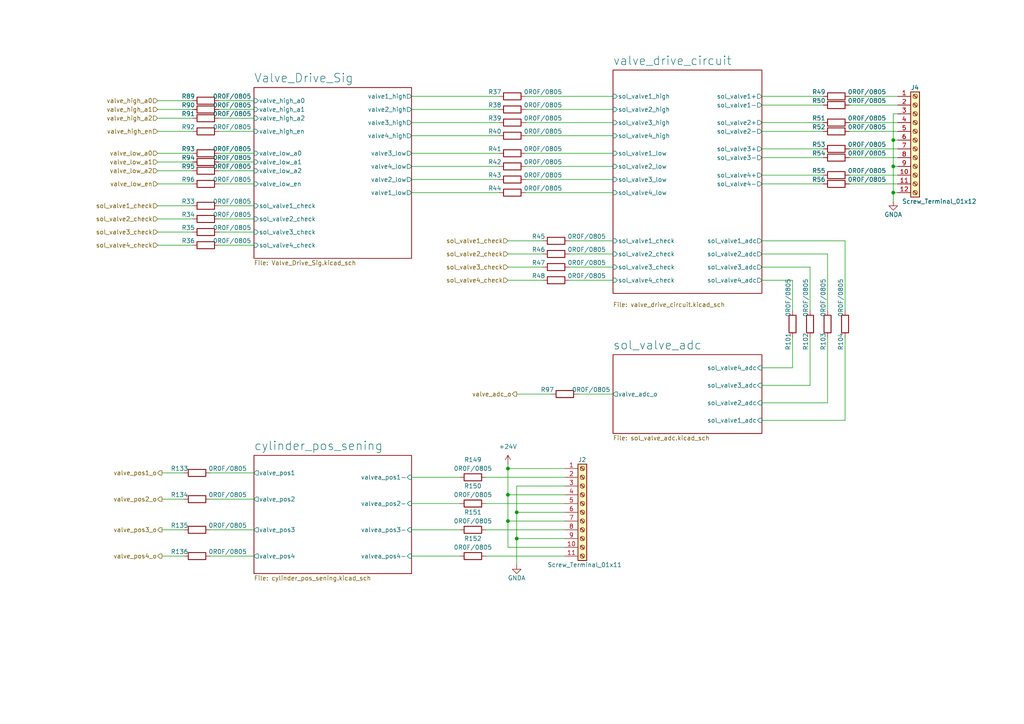
<source format=kicad_sch>
(kicad_sch (version 20211123) (generator eeschema)
  (paper "A4")
  (title_block (title "Valve_Drive") (date "2022-07-20") (rev "rev02"))
  (lib_symbols
    (symbol "Connector:Screw_Terminal_01x11" (pin_names (offset 1.016) hide)
      (property "Reference" "J" (at 0 15.24 0))
      (property "Value" "Screw_Terminal_01x11" (at 0 -15.24 0))
      (symbol "Screw_Terminal_01x11_1_1"
        (rectangle (start -1.27 13.97) (end 1.27 -13.97) (stroke (width 0.254)) (fill (type background)))
        (circle (center 0 -12.7) (radius 0.635) (stroke (width 0.1524)))
        (circle (center 0 -10.16) (radius 0.635) (stroke (width 0.1524)))
        (circle (center 0 -7.62) (radius 0.635) (stroke (width 0.1524)))
        (circle (center 0 -5.08) (radius 0.635) (stroke (width 0.1524)))
        (circle (center 0 -2.54) (radius 0.635) (stroke (width 0.1524)))
        (polyline (pts (xy -0.5334 -12.3698) (xy 0.3302 -13.208)) (stroke (width 0.1524)))
        (polyline (pts (xy -0.5334 -9.8298) (xy 0.3302 -10.668)) (stroke (width 0.1524)))
        (polyline (pts (xy -0.5334 -7.2898) (xy 0.3302 -8.128)) (stroke (width 0.1524)))
        (polyline (pts (xy -0.5334 -4.7498) (xy 0.3302 -5.588)) (stroke (width 0.1524)))
        (polyline (pts (xy -0.5334 -2.2098) (xy 0.3302 -3.048)) (stroke (width 0.1524)))
        (polyline (pts (xy -0.5334 0.3302) (xy 0.3302 -0.508)) (stroke (width 0.1524)))
        (polyline (pts (xy -0.5334 2.8702) (xy 0.3302 2.032)) (stroke (width 0.1524)))
        (polyline (pts (xy -0.5334 5.4102) (xy 0.3302 4.572)) (stroke (width 0.1524)))
        (polyline (pts (xy -0.5334 7.9502) (xy 0.3302 7.112)) (stroke (width 0.1524)))
        (polyline (pts (xy -0.5334 10.4902) (xy 0.3302 9.652)) (stroke (width 0.1524)))
        (polyline (pts (xy -0.5334 13.0302) (xy 0.3302 12.192)) (stroke (width 0.1524)))
        (polyline (pts (xy -0.3556 -12.192) (xy 0.508 -13.0302)) (stroke (width 0.1524)))
        (polyline (pts (xy -0.3556 -9.652) (xy 0.508 -10.4902)) (stroke (width 0.1524)))
        (polyline (pts (xy -0.3556 -7.112) (xy 0.508 -7.9502)) (stroke (width 0.1524)))
        (polyline (pts (xy -0.3556 -4.572) (xy 0.508 -5.4102)) (stroke (width 0.1524)))
        (polyline (pts (xy -0.3556 -2.032) (xy 0.508 -2.8702)) (stroke (width 0.1524)))
        (polyline (pts (xy -0.3556 0.508) (xy 0.508 -0.3302)) (stroke (width 0.1524)))
        (polyline (pts (xy -0.3556 3.048) (xy 0.508 2.2098)) (stroke (width 0.1524)))
        (polyline (pts (xy -0.3556 5.588) (xy 0.508 4.7498)) (stroke (width 0.1524)))
        (polyline (pts (xy -0.3556 8.128) (xy 0.508 7.2898)) (stroke (width 0.1524)))
        (polyline (pts (xy -0.3556 10.668) (xy 0.508 9.8298)) (stroke (width 0.1524)))
        (polyline (pts (xy -0.3556 13.208) (xy 0.508 12.3698)) (stroke (width 0.1524)))
        (circle (center 0 0) (radius 0.635) (stroke (width 0.1524)))
        (circle (center 0 2.54) (radius 0.635) (stroke (width 0.1524)))
        (circle (center 0 5.08) (radius 0.635) (stroke (width 0.1524)))
        (circle (center 0 7.62) (radius 0.635) (stroke (width 0.1524)))
        (circle (center 0 10.16) (radius 0.635) (stroke (width 0.1524)))
        (circle (center 0 12.7) (radius 0.635) (stroke (width 0.1524)))
        (pin passive line (at -5.08 12.7 0) (length 3.81) (name "Pin_1") (number "1"))
        (pin passive line (at -5.08 -10.16 0) (length 3.81) (name "Pin_10") (number "10"))
        (pin passive line (at -5.08 -12.7 0) (length 3.81) (name "Pin_11") (number "11"))
        (pin passive line (at -5.08 10.16 0) (length 3.81) (name "Pin_2") (number "2"))
        (pin passive line (at -5.08 7.62 0) (length 3.81) (name "Pin_3") (number "3"))
        (pin passive line (at -5.08 5.08 0) (length 3.81) (name "Pin_4") (number "4"))
        (pin passive line (at -5.08 2.54 0) (length 3.81) (name "Pin_5") (number "5"))
        (pin passive line (at -5.08 0 0) (length 3.81) (name "Pin_6") (number "6"))
        (pin passive line (at -5.08 -2.54 0) (length 3.81) (name "Pin_7") (number "7"))
        (pin passive line (at -5.08 -5.08 0) (length 3.81) (name "Pin_8") (number "8"))
        (pin passive line (at -5.08 -7.62 0) (length 3.81) (name "Pin_9") (number "9"))
      )
    )
    (symbol "Connector:Screw_Terminal_01x12" (pin_names (offset 1.016) hide)
      (property "Reference" "J" (at 0 15.24 0))
      (property "Value" "Screw_Terminal_01x12" (at 0 -17.78 0))
      (symbol "Screw_Terminal_01x12_1_1"
        (rectangle (start -1.27 13.97) (end 1.27 -16.51) (stroke (width 0.254)) (fill (type background)))
        (circle (center 0 -15.24) (radius 0.635) (stroke (width 0.1524)))
        (circle (center 0 -12.7) (radius 0.635) (stroke (width 0.1524)))
        (circle (center 0 -10.16) (radius 0.635) (stroke (width 0.1524)))
        (circle (center 0 -7.62) (radius 0.635) (stroke (width 0.1524)))
        (circle (center 0 -5.08) (radius 0.635) (stroke (width 0.1524)))
        (circle (center 0 -2.54) (radius 0.635) (stroke (width 0.1524)))
        (polyline (pts (xy -0.5334 -14.9098) (xy 0.3302 -15.748)) (stroke (width 0.1524)))
        (polyline (pts (xy -0.5334 -12.3698) (xy 0.3302 -13.208)) (stroke (width 0.1524)))
        (polyline (pts (xy -0.5334 -9.8298) (xy 0.3302 -10.668)) (stroke (width 0.1524)))
        (polyline (pts (xy -0.5334 -7.2898) (xy 0.3302 -8.128)) (stroke (width 0.1524)))
        (polyline (pts (xy -0.5334 -4.7498) (xy 0.3302 -5.588)) (stroke (width 0.1524)))
        (polyline (pts (xy -0.5334 -2.2098) (xy 0.3302 -3.048)) (stroke (width 0.1524)))
        (polyline (pts (xy -0.5334 0.3302) (xy 0.3302 -0.508)) (stroke (width 0.1524)))
        (polyline (pts (xy -0.5334 2.8702) (xy 0.3302 2.032)) (stroke (width 0.1524)))
        (polyline (pts (xy -0.5334 5.4102) (xy 0.3302 4.572)) (stroke (width 0.1524)))
        (polyline (pts (xy -0.5334 7.9502) (xy 0.3302 7.112)) (stroke (width 0.1524)))
        (polyline (pts (xy -0.5334 10.4902) (xy 0.3302 9.652)) (stroke (width 0.1524)))
        (polyline (pts (xy -0.5334 13.0302) (xy 0.3302 12.192)) (stroke (width 0.1524)))
        (polyline (pts (xy -0.3556 -14.732) (xy 0.508 -15.5702)) (stroke (width 0.1524)))
        (polyline (pts (xy -0.3556 -12.192) (xy 0.508 -13.0302)) (stroke (width 0.1524)))
        (polyline (pts (xy -0.3556 -9.652) (xy 0.508 -10.4902)) (stroke (width 0.1524)))
        (polyline (pts (xy -0.3556 -7.112) (xy 0.508 -7.9502)) (stroke (width 0.1524)))
        (polyline (pts (xy -0.3556 -4.572) (xy 0.508 -5.4102)) (stroke (width 0.1524)))
        (polyline (pts (xy -0.3556 -2.032) (xy 0.508 -2.8702)) (stroke (width 0.1524)))
        (polyline (pts (xy -0.3556 0.508) (xy 0.508 -0.3302)) (stroke (width 0.1524)))
        (polyline (pts (xy -0.3556 3.048) (xy 0.508 2.2098)) (stroke (width 0.1524)))
        (polyline (pts (xy -0.3556 5.588) (xy 0.508 4.7498)) (stroke (width 0.1524)))
        (polyline (pts (xy -0.3556 8.128) (xy 0.508 7.2898)) (stroke (width 0.1524)))
        (polyline (pts (xy -0.3556 10.668) (xy 0.508 9.8298)) (stroke (width 0.1524)))
        (polyline (pts (xy -0.3556 13.208) (xy 0.508 12.3698)) (stroke (width 0.1524)))
        (circle (center 0 0) (radius 0.635) (stroke (width 0.1524)))
        (circle (center 0 2.54) (radius 0.635) (stroke (width 0.1524)))
        (circle (center 0 5.08) (radius 0.635) (stroke (width 0.1524)))
        (circle (center 0 7.62) (radius 0.635) (stroke (width 0.1524)))
        (circle (center 0 10.16) (radius 0.635) (stroke (width 0.1524)))
        (circle (center 0 12.7) (radius 0.635) (stroke (width 0.1524)))
        (pin passive line (at -5.08 12.7 0) (length 3.81) (name "Pin_1") (number "1"))
        (pin passive line (at -5.08 -10.16 0) (length 3.81) (name "Pin_10") (number "10"))
        (pin passive line (at -5.08 -12.7 0) (length 3.81) (name "Pin_11") (number "11"))
        (pin passive line (at -5.08 -15.24 0) (length 3.81) (name "Pin_12") (number "12"))
        (pin passive line (at -5.08 10.16 0) (length 3.81) (name "Pin_2") (number "2"))
        (pin passive line (at -5.08 7.62 0) (length 3.81) (name "Pin_3") (number "3"))
        (pin passive line (at -5.08 5.08 0) (length 3.81) (name "Pin_4") (number "4"))
        (pin passive line (at -5.08 2.54 0) (length 3.81) (name "Pin_5") (number "5"))
        (pin passive line (at -5.08 0 0) (length 3.81) (name "Pin_6") (number "6"))
        (pin passive line (at -5.08 -2.54 0) (length 3.81) (name "Pin_7") (number "7"))
        (pin passive line (at -5.08 -5.08 0) (length 3.81) (name "Pin_8") (number "8"))
        (pin passive line (at -5.08 -7.62 0) (length 3.81) (name "Pin_9") (number "9"))
      )
    )
    (symbol "Device:R" (pin_numbers hide) (pin_names (offset 0))
      (property "Reference" "R" (at 2.032 0 90))
      (property "Value" "R" (at 0 0 90))
      (symbol "R_0_1"
        (rectangle (start -1.016 -2.54) (end 1.016 2.54) (stroke (width 0.254)))
      )
      (symbol "R_1_1"
        (pin passive line (at 0 3.81 270) (length 1.27) (name "~") (number "1"))
        (pin passive line (at 0 -3.81 90) (length 1.27) (name "~") (number "2"))
      )
    )
    (symbol "power:+24V" (power) (pin_names (offset 0))
      (property "Value" "+24V" (at 0 3.556 0))
      (symbol "+24V_0_1"
        (polyline (pts (xy -0.762 1.27) (xy 0 2.54)))
        (polyline (pts (xy 0 0) (xy 0 2.54)))
        (polyline (pts (xy 0 2.54) (xy 0.762 1.27)))
      )
      (symbol "+24V_1_1"
        (pin power_in line (at 0 0 90) (length 0) hide (name "+24V") (number "1"))
      )
    )
    (symbol "power:GNDA" (power) (pin_names (offset 0))
      (property "Value" "GNDA" (at 0 -3.81 0))
      (symbol "GNDA_0_1"
        (polyline (pts (xy 0 0) (xy 0 -1.27) (xy 1.27 -1.27) (xy 0 -2.54) (xy -1.27 -1.27) (xy 0 -1.27)))
      )
      (symbol "GNDA_1_1"
        (pin power_in line (at 0 0 270) (length 0) hide (name "GNDA") (number "1"))
      )
    )
  )
  (junction (at 147.32 151.13))
  (junction (at 149.86 148.59))
  (junction (at 259.08 40.64))
  (junction (at 147.32 143.51))
  (junction (at 259.08 55.88))
  (junction (at 147.32 135.89))
  (junction (at 259.08 48.26))
  (junction (at 149.86 156.21))
  (wire (pts (xy 63.5 46.99) (xy 73.66 46.99)))
  (wire (pts (xy 152.4 44.45) (xy 177.8 44.45)))
  (wire (pts (xy 63.5 34.29) (xy 73.66 34.29)))
  (wire (pts (xy 147.32 143.51) (xy 163.83 143.51)))
  (wire (pts (xy 45.72 31.75) (xy 55.88 31.75)))
  (wire (pts (xy 245.11 121.92) (xy 220.98 121.92)))
  (wire (pts (xy 165.1 69.85) (xy 177.8 69.85)))
  (wire (pts (xy 259.08 40.64) (xy 259.08 48.26)))
  (wire (pts (xy 152.4 55.88) (xy 177.8 55.88)))
  (wire (pts (xy 220.98 43.18) (xy 238.76 43.18)))
  (wire (pts (xy 45.72 71.12) (xy 55.88 71.12)))
  (wire (pts (xy 63.5 49.53) (xy 73.66 49.53)))
  (wire (pts (xy 149.86 156.21) (xy 163.83 156.21)))
  (wire (pts (xy 45.72 44.45) (xy 55.88 44.45)))
  (wire (pts (xy 246.38 45.72) (xy 260.35 45.72)))
  (wire (pts (xy 147.32 158.75) (xy 163.83 158.75)))
  (wire (pts (xy 119.38 138.43) (xy 133.35 138.43)))
  (wire (pts (xy 234.95 90.17) (xy 234.95 77.47)))
  (wire (pts (xy 246.38 30.48) (xy 260.35 30.48)))
  (wire (pts (xy 240.03 97.79) (xy 240.03 116.84)))
  (wire (pts (xy 220.98 81.28) (xy 229.87 81.28)))
  (wire (pts (xy 152.4 52.07) (xy 177.8 52.07)))
  (wire (pts (xy 140.97 161.29) (xy 163.83 161.29)))
  (wire (pts (xy 46.99 153.67) (xy 53.34 153.67)))
  (wire (pts (xy 63.5 71.12) (xy 73.66 71.12)))
  (wire (pts (xy 152.4 31.75) (xy 177.8 31.75)))
  (wire (pts (xy 259.08 55.88) (xy 260.35 55.88)))
  (wire (pts (xy 119.38 44.45) (xy 144.78 44.45)))
  (wire (pts (xy 259.08 48.26) (xy 259.08 55.88)))
  (wire (pts (xy 245.11 97.79) (xy 245.11 121.92)))
  (wire (pts (xy 46.99 137.16) (xy 53.34 137.16)))
  (wire (pts (xy 147.32 135.89) (xy 147.32 143.51)))
  (wire (pts (xy 147.32 69.85) (xy 157.48 69.85)))
  (wire (pts (xy 147.32 151.13) (xy 163.83 151.13)))
  (wire (pts (xy 147.32 81.28) (xy 157.48 81.28)))
  (wire (pts (xy 240.03 116.84) (xy 220.98 116.84)))
  (wire (pts (xy 246.38 43.18) (xy 260.35 43.18)))
  (wire (pts (xy 147.32 135.89) (xy 163.83 135.89)))
  (wire (pts (xy 152.4 35.56) (xy 177.8 35.56)))
  (wire (pts (xy 63.5 44.45) (xy 73.66 44.45)))
  (wire (pts (xy 45.72 49.53) (xy 55.88 49.53)))
  (wire (pts (xy 234.95 77.47) (xy 220.98 77.47)))
  (wire (pts (xy 45.72 59.69) (xy 55.88 59.69)))
  (wire (pts (xy 45.72 46.99) (xy 55.88 46.99)))
  (wire (pts (xy 63.5 63.5) (xy 73.66 63.5)))
  (wire (pts (xy 45.72 53.34) (xy 55.88 53.34)))
  (wire (pts (xy 220.98 111.76) (xy 234.95 111.76)))
  (wire (pts (xy 119.38 153.67) (xy 133.35 153.67)))
  (wire (pts (xy 60.96 144.78) (xy 73.66 144.78)))
  (wire (pts (xy 119.38 146.05) (xy 133.35 146.05)))
  (wire (pts (xy 229.87 106.68) (xy 220.98 106.68)))
  (wire (pts (xy 60.96 137.16) (xy 73.66 137.16)))
  (wire (pts (xy 45.72 63.5) (xy 55.88 63.5)))
  (wire (pts (xy 259.08 48.26) (xy 260.35 48.26)))
  (wire (pts (xy 220.98 50.8) (xy 238.76 50.8)))
  (wire (pts (xy 246.38 35.56) (xy 260.35 35.56)))
  (wire (pts (xy 149.86 156.21) (xy 149.86 163.83)))
  (wire (pts (xy 165.1 73.66) (xy 177.8 73.66)))
  (wire (pts (xy 63.5 53.34) (xy 73.66 53.34)))
  (wire (pts (xy 165.1 77.47) (xy 177.8 77.47)))
  (wire (pts (xy 45.72 29.21) (xy 55.88 29.21)))
  (wire (pts (xy 45.72 38.1) (xy 55.88 38.1)))
  (wire (pts (xy 229.87 81.28) (xy 229.87 90.17)))
  (wire (pts (xy 152.4 39.37) (xy 177.8 39.37)))
  (wire (pts (xy 220.98 38.1) (xy 238.76 38.1)))
  (wire (pts (xy 167.64 114.3) (xy 177.8 114.3)))
  (wire (pts (xy 240.03 90.17) (xy 240.03 73.66)))
  (wire (pts (xy 245.11 69.85) (xy 220.98 69.85)))
  (wire (pts (xy 259.08 55.88) (xy 259.08 58.42)))
  (wire (pts (xy 220.98 45.72) (xy 238.76 45.72)))
  (wire (pts (xy 147.32 73.66) (xy 157.48 73.66)))
  (wire (pts (xy 63.5 59.69) (xy 73.66 59.69)))
  (wire (pts (xy 152.4 48.26) (xy 177.8 48.26)))
  (wire (pts (xy 140.97 138.43) (xy 163.83 138.43)))
  (wire (pts (xy 240.03 73.66) (xy 220.98 73.66)))
  (wire (pts (xy 246.38 53.34) (xy 260.35 53.34)))
  (wire (pts (xy 140.97 153.67) (xy 163.83 153.67)))
  (wire (pts (xy 245.11 90.17) (xy 245.11 69.85)))
  (wire (pts (xy 220.98 27.94) (xy 238.76 27.94)))
  (wire (pts (xy 119.38 27.94) (xy 144.78 27.94)))
  (wire (pts (xy 163.83 140.97) (xy 149.86 140.97)))
  (wire (pts (xy 60.96 153.67) (xy 73.66 153.67)))
  (wire (pts (xy 119.38 35.56) (xy 144.78 35.56)))
  (wire (pts (xy 229.87 97.79) (xy 229.87 106.68)))
  (wire (pts (xy 246.38 50.8) (xy 260.35 50.8)))
  (wire (pts (xy 246.38 27.94) (xy 260.35 27.94)))
  (wire (pts (xy 259.08 40.64) (xy 260.35 40.64)))
  (wire (pts (xy 140.97 146.05) (xy 163.83 146.05)))
  (wire (pts (xy 260.35 33.02) (xy 259.08 33.02)))
  (wire (pts (xy 45.72 67.31) (xy 55.88 67.31)))
  (wire (pts (xy 147.32 77.47) (xy 157.48 77.47)))
  (wire (pts (xy 246.38 38.1) (xy 260.35 38.1)))
  (wire (pts (xy 147.32 143.51) (xy 147.32 151.13)))
  (wire (pts (xy 119.38 55.88) (xy 144.78 55.88)))
  (wire (pts (xy 63.5 67.31) (xy 73.66 67.31)))
  (wire (pts (xy 119.38 39.37) (xy 144.78 39.37)))
  (wire (pts (xy 46.99 161.29) (xy 53.34 161.29)))
  (wire (pts (xy 63.5 38.1) (xy 73.66 38.1)))
  (wire (pts (xy 220.98 53.34) (xy 238.76 53.34)))
  (wire (pts (xy 165.1 81.28) (xy 177.8 81.28)))
  (wire (pts (xy 119.38 52.07) (xy 144.78 52.07)))
  (wire (pts (xy 152.4 27.94) (xy 177.8 27.94)))
  (wire (pts (xy 147.32 134.62) (xy 147.32 135.89)))
  (wire (pts (xy 149.86 148.59) (xy 163.83 148.59)))
  (wire (pts (xy 220.98 35.56) (xy 238.76 35.56)))
  (wire (pts (xy 63.5 31.75) (xy 73.66 31.75)))
  (wire (pts (xy 119.38 161.29) (xy 133.35 161.29)))
  (wire (pts (xy 119.38 31.75) (xy 144.78 31.75)))
  (wire (pts (xy 147.32 151.13) (xy 147.32 158.75)))
  (wire (pts (xy 220.98 30.48) (xy 238.76 30.48)))
  (wire (pts (xy 149.86 140.97) (xy 149.86 148.59)))
  (wire (pts (xy 149.86 148.59) (xy 149.86 156.21)))
  (wire (pts (xy 46.99 144.78) (xy 53.34 144.78)))
  (wire (pts (xy 63.5 29.21) (xy 73.66 29.21)))
  (wire (pts (xy 45.72 34.29) (xy 55.88 34.29)))
  (wire (pts (xy 119.38 48.26) (xy 144.78 48.26)))
  (wire (pts (xy 234.95 111.76) (xy 234.95 97.79)))
  (wire (pts (xy 149.86 114.3) (xy 160.02 114.3)))
  (wire (pts (xy 60.96 161.29) (xy 73.66 161.29)))
  (wire (pts (xy 259.08 33.02) (xy 259.08 40.64)))
  (hierarchical_label "valve_pos3_o" (shape output) (at 46.99 153.67 180))
  (hierarchical_label "valve_high_en" (shape input) (at 45.72 38.1 180))
  (hierarchical_label "valve_low_a0" (shape input) (at 45.72 44.45 180))
  (hierarchical_label "valve_low_a1" (shape input) (at 45.72 46.99 180))
  (hierarchical_label "sol_valve1_check" (shape input) (at 45.72 59.69 180))
  (hierarchical_label "valve_high_a0" (shape input) (at 45.72 29.21 180))
  (hierarchical_label "valve_low_a2" (shape input) (at 45.72 49.53 180))
  (hierarchical_label "valve_high_a1" (shape input) (at 45.72 31.75 180))
  (hierarchical_label "valve_pos2_o" (shape output) (at 46.99 144.78 180))
  (hierarchical_label "valve_adc_o" (shape output) (at 149.86 114.3 180))
  (hierarchical_label "valve_low_en" (shape input) (at 45.72 53.34 180))
  (hierarchical_label "valve_pos4_o" (shape output) (at 46.99 161.29 180))
  (hierarchical_label "valve_pos1_o" (shape output) (at 46.99 137.16 180))
  (hierarchical_label "sol_valve1_check" (shape input) (at 147.32 69.85 180))
  (hierarchical_label "sol_valve3_check" (shape input) (at 45.72 67.31 180))
  (hierarchical_label "sol_valve2_check" (shape input) (at 147.32 73.66 180))
  (hierarchical_label "sol_valve4_check" (shape input) (at 147.32 81.28 180))
  (hierarchical_label "sol_valve2_check" (shape input) (at 45.72 63.5 180))
  (hierarchical_label "sol_valve4_check" (shape input) (at 45.72 71.12 180))
  (hierarchical_label "valve_high_a2" (shape input) (at 45.72 34.29 180))
  (hierarchical_label "sol_valve3_check" (shape input) (at 147.32 77.47 180))
  (symbol (lib_id "Device:R") (at 148.59 31.75 90) (unit 1)
    (property "Reference" "R38" (at 143.51 30.48 90))
    (property "Value" "0R0F/0805" (at 157.48 30.48 90))
    (property "Footprint" "Resistor_SMD:R_0805_2012Metric" (effects hide))
  )
  (symbol (lib_id "Device:R") (at 59.69 34.29 90) (unit 1)
    (property "Reference" "R91" (at 54.61 33.02 90))
    (property "Value" "0R0F/0805" (at 67.31 33.02 90))
    (property "Footprint" "Resistor_SMD:R_0805_2012Metric" (effects hide))
  )
  (symbol (lib_id "Device:R") (at 242.57 27.94 90) (unit 1)
    (property "Reference" "R49" (at 237.49 26.67 90))
    (property "Value" "0R0F/0805" (at 251.46 26.67 90))
    (property "Footprint" "Resistor_SMD:R_0805_2012Metric" (effects hide))
  )
  (symbol (lib_id "Device:R") (at 59.69 49.53 90) (unit 1)
    (property "Reference" "R95" (at 54.61 48.26 90))
    (property "Value" "0R0F/0805" (at 67.31 48.26 90))
    (property "Footprint" "Resistor_SMD:R_0805_2012Metric" (effects hide))
  )
  (symbol (lib_id "power:GNDA") (at 149.86 163.83 0) (unit 1)
    (property "Reference" "#PWR0133" (effects hide))
    (property "Value" "GNDA" (at 149.86 167.64 0))
  )
  (symbol (lib_id "Device:R") (at 148.59 48.26 90) (unit 1)
    (property "Reference" "R42" (at 143.51 46.99 90))
    (property "Value" "0R0F/0805" (at 157.48 46.99 90))
    (property "Footprint" "Resistor_SMD:R_0805_2012Metric" (effects hide))
  )
  (symbol (lib_id "Device:R") (at 148.59 35.56 90) (unit 1)
    (property "Reference" "R39" (at 143.51 34.29 90))
    (property "Value" "0R0F/0805" (at 157.48 34.29 90))
    (property "Footprint" "Resistor_SMD:R_0805_2012Metric" (effects hide))
  )
  (symbol (lib_id "Device:R") (at 242.57 35.56 90) (unit 1)
    (property "Reference" "R51" (at 237.49 34.29 90))
    (property "Value" "0R0F/0805" (at 251.46 34.29 90))
    (property "Footprint" "Resistor_SMD:R_0805_2012Metric" (effects hide))
  )
  (symbol (lib_id "Device:R") (at 59.69 67.31 90) (unit 1)
    (property "Reference" "R35" (at 54.61 66.04 90))
    (property "Value" "0R0F/0805" (at 67.31 66.04 90))
    (property "Footprint" "Resistor_SMD:R_0805_2012Metric" (effects hide))
  )
  (symbol (lib_id "Device:R") (at 229.87 93.98 180) (unit 1)
    (property "Reference" "R101" (at 228.6 99.06 90))
    (property "Value" "0R0F/0805" (at 228.6 86.36 90))
    (property "Footprint" "Resistor_SMD:R_0805_2012Metric" (effects hide))
  )
  (symbol (lib_id "Device:R") (at 242.57 50.8 90) (unit 1)
    (property "Reference" "R55" (at 237.49 49.53 90))
    (property "Value" "0R0F/0805" (at 251.46 49.53 90))
    (property "Footprint" "Resistor_SMD:R_0805_2012Metric" (effects hide))
  )
  (symbol (lib_id "Device:R") (at 59.69 46.99 90) (unit 1)
    (property "Reference" "R94" (at 54.61 45.72 90))
    (property "Value" "0R0F/0805" (at 67.31 45.72 90))
    (property "Footprint" "Resistor_SMD:R_0805_2012Metric" (effects hide))
  )
  (symbol (lib_id "Device:R") (at 59.69 53.34 90) (unit 1)
    (property "Reference" "R96" (at 54.61 52.07 90))
    (property "Value" "0R0F/0805" (at 67.31 52.07 90))
    (property "Footprint" "Resistor_SMD:R_0805_2012Metric" (effects hide))
  )
  (symbol (lib_id "Connector:Screw_Terminal_01x12") (at 265.43 40.64 0) (unit 1)
    (property "Reference" "J4" (at 264.16 25.4 0) (effects (justify left)))
    (property "Value" "Screw_Terminal_01x12" (at 261.62 58.42 0) (effects (justify left)))
  )
  (symbol (lib_id "Device:R") (at 59.69 44.45 90) (unit 1)
    (property "Reference" "R93" (at 54.61 43.18 90))
    (property "Value" "0R0F/0805" (at 67.31 43.18 90))
    (property "Footprint" "Resistor_SMD:R_0805_2012Metric" (effects hide))
  )
  (symbol (lib_id "Device:R") (at 137.16 138.43 90) (unit 1)
    (property "Reference" "R149" (at 137.16 133.35 90))
    (property "Value" "0R0F/0805" (at 137.16 135.89 90))
    (property "Footprint" "Resistor_SMD:R_0805_2012Metric" (effects hide))
  )
  (symbol (lib_id "Device:R") (at 59.69 71.12 90) (unit 1)
    (property "Reference" "R36" (at 54.61 69.85 90))
    (property "Value" "0R0F/0805" (at 67.31 69.85 90))
    (property "Footprint" "Resistor_SMD:R_0805_2012Metric" (effects hide))
  )
  (symbol (lib_id "Device:R") (at 240.03 93.98 180) (unit 1)
    (property "Reference" "R103" (at 238.76 99.06 90))
    (property "Value" "0R0F/0805" (at 238.76 86.36 90))
    (property "Footprint" "Resistor_SMD:R_0805_2012Metric" (effects hide))
  )
  (symbol (lib_id "Device:R") (at 161.29 81.28 90) (unit 1)
    (property "Reference" "R48" (at 156.21 80.01 90))
    (property "Value" "0R0F/0805" (at 170.18 80.01 90))
    (property "Footprint" "Resistor_SMD:R_0805_2012Metric" (effects hide))
  )
  (symbol (lib_id "Device:R") (at 245.11 93.98 180) (unit 1)
    (property "Reference" "R104" (at 243.84 99.06 90))
    (property "Value" "0R0F/0805" (at 243.84 86.36 90))
    (property "Footprint" "Resistor_SMD:R_0805_2012Metric" (effects hide))
  )
  (symbol (lib_id "Device:R") (at 148.59 55.88 90) (unit 1)
    (property "Reference" "R44" (at 143.51 54.61 90))
    (property "Value" "0R0F/0805" (at 157.48 54.61 90))
    (property "Footprint" "Resistor_SMD:R_0805_2012Metric" (effects hide))
  )
  (symbol (lib_id "Device:R") (at 59.69 38.1 90) (unit 1)
    (property "Reference" "R92" (at 54.61 36.83 90))
    (property "Value" "0R0F/0805" (at 67.31 36.83 90))
    (property "Footprint" "Resistor_SMD:R_0805_2012Metric" (effects hide))
  )
  (symbol (lib_id "Device:R") (at 161.29 69.85 90) (unit 1)
    (property "Reference" "R45" (at 156.21 68.58 90))
    (property "Value" "0R0F/0805" (at 170.18 68.58 90))
    (property "Footprint" "Resistor_SMD:R_0805_2012Metric" (effects hide))
  )
  (symbol (lib_id "Device:R") (at 137.16 146.05 90) (unit 1)
    (property "Reference" "R150" (at 137.16 140.97 90))
    (property "Value" "0R0F/0805" (at 137.16 143.51 90))
    (property "Footprint" "Resistor_SMD:R_0805_2012Metric" (effects hide))
  )
  (symbol (lib_id "Device:R") (at 148.59 52.07 90) (unit 1)
    (property "Reference" "R43" (at 143.51 50.8 90))
    (property "Value" "0R0F/0805" (at 157.48 50.8 90))
    (property "Footprint" "Resistor_SMD:R_0805_2012Metric" (effects hide))
  )
  (symbol (lib_id "Device:R") (at 242.57 38.1 90) (unit 1)
    (property "Reference" "R52" (at 237.49 36.83 90))
    (property "Value" "0R0F/0805" (at 251.46 36.83 90))
    (property "Footprint" "Resistor_SMD:R_0805_2012Metric" (effects hide))
  )
  (symbol (lib_id "Device:R") (at 137.16 153.67 90) (unit 1)
    (property "Reference" "R151" (at 137.16 148.59 90))
    (property "Value" "0R0F/0805" (at 137.16 151.13 90))
    (property "Footprint" "Resistor_SMD:R_0805_2012Metric" (effects hide))
  )
  (symbol (lib_id "Device:R") (at 59.69 31.75 90) (unit 1)
    (property "Reference" "R90" (at 54.61 30.48 90))
    (property "Value" "0R0F/0805" (at 67.31 30.48 90))
    (property "Footprint" "Resistor_SMD:R_0805_2012Metric" (effects hide))
  )
  (symbol (lib_id "Device:R") (at 57.15 144.78 90) (unit 1)
    (property "Reference" "R134" (at 52.07 143.51 90))
    (property "Value" "0R0F/0805" (at 66.04 143.51 90))
    (property "Footprint" "Resistor_SMD:R_0805_2012Metric" (effects hide))
  )
  (symbol (lib_id "Device:R") (at 59.69 63.5 90) (unit 1)
    (property "Reference" "R34" (at 54.61 62.23 90))
    (property "Value" "0R0F/0805" (at 67.31 62.23 90))
    (property "Footprint" "Resistor_SMD:R_0805_2012Metric" (effects hide))
  )
  (symbol (lib_id "Device:R") (at 59.69 29.21 90) (unit 1)
    (property "Reference" "R89" (at 54.61 27.94 90))
    (property "Value" "0R0F/0805" (at 67.31 27.94 90))
    (property "Footprint" "Resistor_SMD:R_0805_2012Metric" (effects hide))
  )
  (symbol (lib_id "Device:R") (at 163.83 114.3 90) (unit 1)
    (property "Reference" "R97" (at 158.75 113.03 90))
    (property "Value" "0R0F/0805" (at 171.45 113.03 90))
    (property "Footprint" "Resistor_SMD:R_0805_2012Metric" (effects hide))
  )
  (symbol (lib_id "Device:R") (at 161.29 73.66 90) (unit 1)
    (property "Reference" "R46" (at 156.21 72.39 90))
    (property "Value" "0R0F/0805" (at 170.18 72.39 90))
    (property "Footprint" "Resistor_SMD:R_0805_2012Metric" (effects hide))
  )
  (symbol (lib_id "Device:R") (at 137.16 161.29 90) (unit 1)
    (property "Reference" "R152" (at 137.16 156.21 90))
    (property "Value" "0R0F/0805" (at 137.16 158.75 90))
    (property "Footprint" "Resistor_SMD:R_0805_2012Metric" (effects hide))
  )
  (symbol (lib_id "Device:R") (at 148.59 27.94 90) (unit 1)
    (property "Reference" "R37" (at 143.51 26.67 90))
    (property "Value" "0R0F/0805" (at 157.48 26.67 90))
    (property "Footprint" "Resistor_SMD:R_0805_2012Metric" (effects hide))
  )
  (symbol (lib_id "Device:R") (at 242.57 53.34 90) (unit 1)
    (property "Reference" "R56" (at 237.49 52.07 90))
    (property "Value" "0R0F/0805" (at 251.46 52.07 90))
    (property "Footprint" "Resistor_SMD:R_0805_2012Metric" (effects hide))
  )
  (symbol (lib_id "Device:R") (at 148.59 44.45 90) (unit 1)
    (property "Reference" "R41" (at 143.51 43.18 90))
    (property "Value" "0R0F/0805" (at 157.48 43.18 90))
    (property "Footprint" "Resistor_SMD:R_0805_2012Metric" (effects hide))
  )
  (symbol (lib_id "Device:R") (at 242.57 43.18 90) (unit 1)
    (property "Reference" "R53" (at 237.49 41.91 90))
    (property "Value" "0R0F/0805" (at 251.46 41.91 90))
    (property "Footprint" "Resistor_SMD:R_0805_2012Metric" (effects hide))
  )
  (symbol (lib_id "Device:R") (at 59.69 59.69 90) (unit 1)
    (property "Reference" "R33" (at 54.61 58.42 90))
    (property "Value" "0R0F/0805" (at 67.31 58.42 90))
    (property "Footprint" "Resistor_SMD:R_0805_2012Metric" (effects hide))
  )
  (symbol (lib_id "power:GNDA") (at 259.08 58.42 0) (unit 1)
    (property "Reference" "#PWR010" (effects hide))
    (property "Value" "GNDA" (at 259.08 62.23 0))
  )
  (symbol (lib_id "Device:R") (at 57.15 161.29 90) (unit 1)
    (property "Reference" "R136" (at 52.07 160.02 90))
    (property "Value" "0R0F/0805" (at 66.04 160.02 90))
    (property "Footprint" "Resistor_SMD:R_0805_2012Metric" (effects hide))
  )
  (symbol (lib_id "power:+24V") (at 147.32 134.62 0) (unit 1)
    (property "Reference" "#PWR0132" (effects hide))
    (property "Value" "+24V" (at 147.32 129.54 0))
  )
  (symbol (lib_id "Device:R") (at 234.95 93.98 180) (unit 1)
    (property "Reference" "R102" (at 233.68 99.06 90))
    (property "Value" "0R0F/0805" (at 233.68 86.36 90))
    (property "Footprint" "Resistor_SMD:R_0805_2012Metric" (effects hide))
  )
  (symbol (lib_id "Device:R") (at 242.57 30.48 90) (unit 1)
    (property "Reference" "R50" (at 237.49 29.21 90))
    (property "Value" "0R0F/0805" (at 251.46 29.21 90))
    (property "Footprint" "Resistor_SMD:R_0805_2012Metric" (effects hide))
  )
  (symbol (lib_id "Device:R") (at 242.57 45.72 90) (unit 1)
    (property "Reference" "R54" (at 237.49 44.45 90))
    (property "Value" "0R0F/0805" (at 251.46 44.45 90))
    (property "Footprint" "Resistor_SMD:R_0805_2012Metric" (effects hide))
  )
  (symbol (lib_id "Device:R") (at 148.59 39.37 90) (unit 1)
    (property "Reference" "R40" (at 143.51 38.1 90))
    (property "Value" "0R0F/0805" (at 157.48 38.1 90))
    (property "Footprint" "Resistor_SMD:R_0805_2012Metric" (effects hide))
  )
  (symbol (lib_id "Connector:Screw_Terminal_01x11") (at 168.91 148.59 0) (unit 1)
    (property "Reference" "J2" (at 167.64 133.35 0) (effects (justify left)))
    (property "Value" "Screw_Terminal_01x11" (at 158.75 163.83 0) (effects (justify left)))
  )
  (symbol (lib_id "Device:R") (at 57.15 137.16 90) (unit 1)
    (property "Reference" "R133" (at 52.07 135.89 90))
    (property "Value" "0R0F/0805" (at 66.04 135.89 90))
    (property "Footprint" "Resistor_SMD:R_0805_2012Metric" (effects hide))
  )
  (symbol (lib_id "Device:R") (at 161.29 77.47 90) (unit 1)
    (property "Reference" "R47" (at 156.21 76.2 90))
    (property "Value" "0R0F/0805" (at 170.18 76.2 90))
    (property "Footprint" "Resistor_SMD:R_0805_2012Metric" (effects hide))
  )
  (symbol (lib_id "Device:R") (at 57.15 153.67 90) (unit 1)
    (property "Reference" "R135" (at 52.07 152.4 90))
    (property "Value" "0R0F/0805" (at 66.04 152.4 90))
    (property "Footprint" "Resistor_SMD:R_0805_2012Metric" (effects hide))
  )
  (sheet (at 177.8 102.87) (size 43.18 22.86) (stroke (width 0.1524))
    (property "Sheet name" "sol_valve_adc" (at 177.8 101.5434 0) (effects (font (size 2.5 2.5)) (justify left bottom)))
    (property "Sheet file" "sol_valve_adc.kicad_sch" (at 177.8 126.3146 0) (effects (justify left top)))
    (pin "sol_valve2_adc" input (at 220.98 116.84 0))
    (pin "sol_valve3_adc" input (at 220.98 111.76 0))
    (pin "sol_valve1_adc" input (at 220.98 121.92 0))
    (pin "sol_valve4_adc" input (at 220.98 106.68 0))
    (pin "valve_adc_o" output (at 177.8 114.3 180))
  )
  (sheet (at 73.66 132.08) (size 45.72 34.29) (stroke (width 0.1524))
    (property "Sheet name" "cylinder_pos_sening" (at 73.66 130.7534 0) (effects (font (size 2.5 2.5)) (justify left bottom)))
    (property "Sheet file" "cylinder_pos_sening.kicad_sch" (at 73.66 166.9546 0) (effects (justify left top)))
    (pin "valve_pos4" output (at 73.66 161.29 180))
    (pin "valve_pos2" output (at 73.66 144.78 180))
    (pin "valve_pos1" output (at 73.66 137.16 180))
    (pin "valve_pos3" output (at 73.66 153.67 180))
    (pin "valvea_pos1-" input (at 119.38 138.43 0))
    (pin "valvea_pos2-" input (at 119.38 146.05 0))
    (pin "valvea_pos3-" input (at 119.38 153.67 0))
    (pin "valvea_pos4-" input (at 119.38 161.29 0))
  )
  (sheet (at 177.8 20.32) (size 43.18 64.77) (stroke (width 0.1524))
    (property "Sheet name" "valve_drive_circuit" (at 177.8 19.05 0) (effects (font (size 2.5 2.5)) (justify left bottom)))
    (property "Sheet file" "valve_drive_circuit.kicad_sch" (at 177.8 87.63 0) (effects (justify left top)))
    (pin "sol_valve2_low" input (at 177.8 48.26 180))
    (pin "sol_valve2_high" input (at 177.8 31.75 180))
    (pin "sol_valve1_high" input (at 177.8 27.94 180))
    (pin "sol_valve1_low" input (at 177.8 44.45 180))
    (pin "sol_valve4_high" input (at 177.8 39.37 180))
    (pin "sol_valve4_low" input (at 177.8 55.88 180))
    (pin "sol_valve3_low" input (at 177.8 52.07 180))
    (pin "sol_valve3_high" input (at 177.8 35.56 180))
    (pin "sol_valve3+" output (at 220.98 43.18 0))
    (pin "sol_valve3-" output (at 220.98 45.72 0))
    (pin "sol_valve3_adc" output (at 220.98 77.47 0))
    (pin "sol_valve4_adc" output (at 220.98 81.28 0))
    (pin "sol_valve4-" output (at 220.98 53.34 0))
    (pin "sol_valve4+" output (at 220.98 50.8 0))
    (pin "sol_valve1-" output (at 220.98 30.48 0))
    (pin "sol_valve1_adc" output (at 220.98 69.85 0))
    (pin "sol_valve1+" output (at 220.98 27.94 0))
    (pin "sol_valve2+" output (at 220.98 35.56 0))
    (pin "sol_valve2-" output (at 220.98 38.1 0))
    (pin "sol_valve2_adc" output (at 220.98 73.66 0))
    (pin "sol_valve3_check" input (at 177.8 77.47 180))
    (pin "sol_valve4_check" input (at 177.8 81.28 180))
    (pin "sol_valve1_check" input (at 177.8 69.85 180))
    (pin "sol_valve2_check" input (at 177.8 73.66 180))
  )
  (sheet (at 73.66 25.4) (size 45.72 49.53) (stroke (width 0.1524))
    (property "Sheet name" "Valve_Drive_Sig" (at 73.66 24.0734 0) (effects (font (size 2.5 2.5)) (justify left bottom)))
    (property "Sheet file" "Valve_Drive_Sig.kicad_sch" (at 73.66 75.5146 0) (effects (justify left top)))
    (pin "valve_low_en" input (at 73.66 53.34 180))
    (pin "valve3_low" output (at 119.38 44.45 0))
    (pin "valve4_low" output (at 119.38 48.26 0))
    (pin "valve2_low" output (at 119.38 52.07 0))
    (pin "valve1_low" output (at 119.38 55.88 0))
    (pin "valve_low_a1" input (at 73.66 46.99 180))
    (pin "valve_low_a0" input (at 73.66 44.45 180))
    (pin "valve_low_a2" input (at 73.66 49.53 180))
    (pin "valve_high_a1" input (at 73.66 31.75 180))
    (pin "valve_high_a2" input (at 73.66 34.29 180))
    (pin "valve_high_en" input (at 73.66 38.1 180))
    (pin "valve_high_a0" input (at 73.66 29.21 180))
    (pin "valve3_high" output (at 119.38 35.56 0))
    (pin "valve4_high" output (at 119.38 39.37 0))
    (pin "valve1_high" output (at 119.38 27.94 0))
    (pin "valve2_high" output (at 119.38 31.75 0))
    (pin "sol_valve4_check" input (at 73.66 71.12 180))
    (pin "sol_valve2_check" input (at 73.66 63.5 180))
    (pin "sol_valve3_check" input (at 73.66 67.31 180))
    (pin "sol_valve1_check" input (at 73.66 59.69 180))
  )
)
</source>
